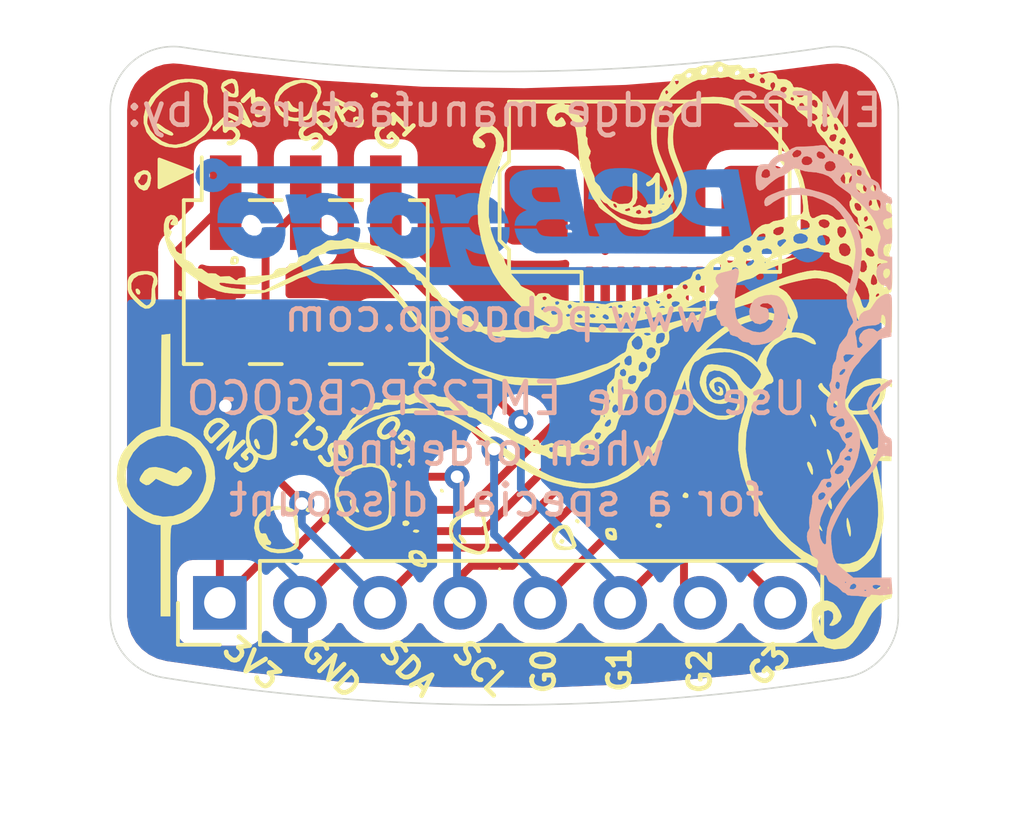
<source format=kicad_pcb>
(kicad_pcb (version 20171130) (host pcbnew 5.1.12-84ad8e8a86~92~ubuntu21.10.1)
  (layers (0 F.Cu signal) (31 B.Cu signal) (34 B.Paste user) (35 F.Paste user) (36 B.SilkS user) (37 F.SilkS user) (38 B.Mask user) (39 F.Mask user) (44 Edge.Cuts user))
  (net 0 "")
  (net 1 /3V3)
  (net 2 /GND)
  (net 3 /SDA)
  (net 4 /SCL)
  (net 5 /G0)
  (net 6 /G1)
  (net 7 /G2)
  (net 8 /G3)
  (module tilda6:art-exp-seahorse (layer B.Cu) (at 128.8 95.95 180)
    (fp_text reference G*** hide)
    (fp_text value LOGO hide)
  )
  (module tilda6:art-exp-fish (layer F.Cu) (at 137.65 84.1)
    (fp_text reference G*** hide)
    (fp_text value LOGO hide)
  )
  (module tilda6:art-exp-eye (layer F.Cu) (at 148.55 91.85)
    (fp_text reference G*** hide)
    (fp_text value LOGO hide)
  )
  (module tilda6:art-exp-back (layer B.Cu) (at 149 92.25 180)
    (fp_text reference G*** hide)
    (fp_text value LOGO hide)
  )
  (module tilda6:art-exp-front (layer F.Cu) (at 139.5 91.75)
    (fp_text reference G*** hide)
    (fp_text value LOGO hide)
  )
  (module tilda6:logo-pcbgogo-gogo (layer B.Cu) (at 141 87 180)
    (fp_text reference G*** hide)
    (fp_text value LOGO hide)
    (fp_poly (pts (xy -1.990759 1.156274) (xy -1.832635 1.139381) (xy -1.703678 1.107175) (xy -1.593431 1.056253) (xy -1.491435 0.983216) (xy -1.410343 0.908169) (xy -1.322219 0.80594) (xy -1.259275 0.695594) (xy -1.216268 0.56425) (xy -1.18795 0.399028) (xy -1.182268 0.348169) (xy -1.165912 0.188521) (xy -1.277159 0.172311) (xy -1.352145 0.165979) (xy -1.459826 0.162595) (xy -1.582161 0.162574) (xy -1.641757 0.163911) (xy -1.895107 0.171719) (xy -1.914045 0.282965) (xy -1.935486 0.368077) (xy -1.96536 0.441992) (xy -1.973825 0.456543) (xy -2.049316 0.529265) (xy -2.159564 0.580134) (xy -2.291428 0.60422) (xy -2.367744 0.604308) (xy -2.553192 0.568593) (xy -2.718111 0.487133) (xy -2.861321 0.361155) (xy -2.981642 0.191885) (xy -3.077892 -0.019451) (xy -3.129037 -0.186737) (xy -3.165642 -0.37026) (xy -3.179653 -0.53976) (xy -3.17118 -0.685941) (xy -3.140331 -0.799509) (xy -3.12145 -0.834174) (xy -3.06 -0.91) (xy -2.98815 -0.961327) (xy -2.89581 -0.991646) (xy -2.77289 -1.004445) (xy -2.630391 -1.003952) (xy -2.508066 -0.998591) (xy -2.42289 -0.989981) (xy -2.361213 -0.975259) (xy -2.309385 -0.951559) (xy -2.272917 -0.928929) (xy -2.176189 -0.839208) (xy -2.097733 -0.719372) (xy -2.023406 -0.576561) (xy -1.693206 -0.583421) (xy -1.557743 -0.586869) (xy -1.465368 -0.591377) (xy -1.408371 -0.598139) (xy -1.379042 -0.608347) (xy -1.369669 -0.623195) (xy -1.370163 -0.633393) (xy -1.386449 -0.684275) (xy -1.424365 -0.775706) (xy -1.481998 -0.903219) (xy -1.523516 -0.991549) (xy -1.505398 -1.000605) (xy -1.448654 -1.005217) (xy -1.365336 -1.004445) (xy -1.360705 -1.004249) (xy -1.269231 -0.999134) (xy -1.216068 -0.990213) (xy -1.188759 -0.972004) (xy -1.174842 -0.939029) (xy -1.170235 -0.920481) (xy -1.157615 -0.86464) (xy -1.135558 -0.76423) (xy -1.105168 -0.624374) (xy -1.067551 -0.450196) (xy -1.023811 -0.246821) (xy -0.975054 -0.019373) (xy -0.950905 0.093601) (xy -0.283506 0.093601) (xy -0.259658 0.08964) (xy -0.194317 0.086333) (xy -0.096789 0.083977) (xy 0.02362 0.082868) (xy 0.055637 0.082819) (xy 0.195444 0.083497) (xy 0.294764 0.086465) (xy 0.363902 0.093127) (xy 0.413162 0.104888) (xy 0.452851 0.123151) (xy 0.480717 0.140732) (xy 0.57511 0.228407) (xy 0.623079 0.334575) (xy 0.630519 0.405229) (xy 0.625021 0.46266) (xy 0.603562 0.504753) (xy 0.559604 0.533783) (xy 0.486613 0.552025) (xy 0.378052 0.561755) (xy 0.227384 0.565247) (xy 0.170317 0.565419) (xy -0.177355 0.565419) (xy -0.230431 0.334901) (xy -0.25355 0.233407) (xy -0.271573 0.152222) (xy -0.281963 0.102884) (xy -0.283506 0.093601) (xy -0.950905 0.093601) (xy -0.922383 0.227025) (xy -0.882714 0.413019) (xy -0.851155 0.5651) (xy -0.822256 0.711677) (xy -0.798334 0.840459) (xy -0.781703 0.939154) (xy -0.776263 0.978169) (xy -0.759112 1.124219) (xy 0.005741 1.123918) (xy 0.248567 1.123231) (xy 0.446891 1.120963) (xy 0.606997 1.116483) (xy 0.735175 1.109164) (xy 0.837711 1.098376) (xy 0.920892 1.083492) (xy 0.991006 1.063882) (xy 1.054341 1.038917) (xy 1.10583 1.013903) (xy 1.173345 0.966161) (xy 1.241641 0.89891) (xy 1.25823 0.878573) (xy 1.294372 0.826201) (xy 1.315722 0.775928) (xy 1.326085 0.71179) (xy 1.329269 0.61782) (xy 1.329394 0.580097) (xy 1.326017 0.460765) (xy 1.313586 0.373323) (xy 1.288646 0.299168) (xy 1.270073 0.260619) (xy 1.167135 0.105866) (xy 1.036492 -0.023027) (xy 0.901401 -0.108403) (xy 0.778208 -0.166554) (xy 0.891456 -0.216649) (xy 1.008916 -0.292159) (xy 1.098886 -0.397006) (xy 1.151066 -0.518224) (xy 1.157227 -0.55123) (xy 1.170982 -0.653781) (xy 0.83809 -0.653781) (xy 0.505198 -0.65378) (xy 0.467218 -0.580334) (xy 0.433645 -0.532656) (xy 0.384573 -0.497757) (xy 0.312678 -0.473873) (xy 0.210636 -0.45924) (xy 0.071124 -0.452093) (xy -0.071397 -0.45058) (xy -0.21101 -0.451397) (xy -0.30727 -0.454404) (xy -0.367606 -0.460436) (xy -0.399448 -0.470327) (xy -0.410225 -0.484912) (xy -0.410506 -0.488681) (xy -0.429784 -0.51686) (xy -0.49131 -0.526712) (xy -0.499406 -0.526781) (xy -0.560678 -0.532463) (xy -0.585401 -0.554647) (xy -0.588306 -0.577581) (xy -0.576832 -0.614261) (xy -0.533628 -0.627636) (xy -0.509389 -0.628381) (xy -0.455543 -0.634029) (xy -0.442177 -0.654966) (xy -0.445889 -0.668558) (xy -0.459857 -0.725776) (xy -0.461307 -0.744758) (xy -0.484726 -0.772528) (xy -0.547489 -0.780781) (xy -0.619357 -0.792949) (xy -0.649089 -0.820958) (xy -0.661504 -0.860779) (xy -0.649632 -0.878098) (xy -0.602192 -0.882284) (xy -0.575123 -0.882381) (xy -0.516333 -0.885734) (xy -0.495873 -0.902924) (xy -0.501369 -0.944651) (xy -0.501676 -0.945881) (xy -0.517614 -1.009381) (xy -0.14021 -1.009286) (xy 0.034639 -1.007025) (xy 0.166754 -0.998731) (xy 0.264073 -0.981988) (xy 0.334533 -0.954379) (xy 0.386071 -0.913488) (xy 0.426625 -0.856899) (xy 0.439813 -0.832704) (xy 0.479798 -0.755381) (xy 1.169947 -0.755381) (xy 1.152418 -0.848816) (xy 1.093894 -1.029166) (xy 0.992892 -1.194939) (xy 0.857515 -1.336286) (xy 0.695865 -1.443361) (xy 0.643594 -1.467272) (xy 0.491194 -1.530081) (xy -7.644912 -1.555481) (xy -7.702356 -1.628513) (xy -7.783755 -1.701403) (xy -7.896625 -1.763694) (xy -8.021673 -1.80674) (xy -8.133902 -1.821932) (xy -8.274822 -1.798829) (xy -8.387745 -1.752331) (xy -8.522464 -1.658639) (xy -8.6193 -1.538498) (xy -8.676554 -1.40041) (xy -8.687844 -1.296131) (xy -8.258181 -1.296131) (xy -8.231081 -1.35736) (xy -8.228626 -1.359901) (xy -8.173615 -1.385376) (xy -8.102032 -1.387318) (xy -8.042325 -1.365727) (xy -8.035587 -1.359901) (xy -8.006408 -1.299495) (xy -8.01741 -1.231434) (xy -8.065314 -1.174367) (xy -8.068606 -1.172145) (xy -8.118319 -1.14527) (xy -8.157408 -1.149617) (xy -8.195606 -1.172145) (xy -8.245263 -1.228177) (xy -8.258181 -1.296131) (xy -8.687844 -1.296131) (xy -8.692527 -1.252878) (xy -8.665525 -1.104405) (xy -8.593847 -0.963492) (xy -8.555086 -0.914315) (xy -8.434238 -0.812507) (xy -8.292561 -0.751023) (xy -8.140006 -0.72977) (xy -7.98652 -0.748656) (xy -7.842052 -0.80759) (xy -7.716551 -0.906479) (xy -7.702199 -0.922206) (xy -7.625659 -1.009381) (xy -6.989883 -1.009381) (xy -6.816199 -1.00887) (xy -6.6606 -1.007436) (xy -6.529885 -1.005219) (xy -6.430848 -1.002362) (xy -6.370288 -0.99901) (xy -6.354106 -0.996017) (xy -6.348941 -0.968867) (xy -6.334281 -0.897983) (xy -6.311383 -0.789278) (xy -6.281501 -0.648668) (xy -6.245892 -0.482068) (xy -6.20581 -0.295393) (xy -6.177539 -0.164167) (xy -6.169273 -0.12554) (xy -5.492769 -0.12554) (xy -5.167788 -0.115862) (xy -5.012924 -0.109246) (xy -4.900132 -0.099291) (xy -4.820728 -0.084868) (xy -4.766032 -0.064844) (xy -4.762709 -0.063098) (xy -4.66953 0.014077) (xy -4.599725 0.127356) (xy -4.560681 0.264623) (xy -4.560012 0.269352) (xy -4.556566 0.368028) (xy -4.579645 0.443552) (xy -4.633688 0.498464) (xy -4.723135 0.535305) (xy -4.852426 0.556613) (xy -5.026002 0.564931) (xy -5.077273 0.565278) (xy -5.194503 0.564743) (xy -5.270573 0.561643) (xy -5.315116 0.553965) (xy -5.337769 0.539698) (xy -5.348166 0.51683) (xy -5.350272 0.508269) (xy -5.361547 0.458452) (xy -5.380506 0.373935) (xy -5.403814 0.269605) (xy -5.414306 0.222519) (xy -5.438556 0.113844) (xy -5.45999 0.018195) (xy -5.475226 -0.049342) (xy -5.478989 -0.06581) (xy -5.492769 -0.12554) (xy -6.169273 -0.12554) (xy -6.124042 0.085817) (xy -6.074732 0.320132) (xy -6.030605 0.533796) (xy -5.992654 0.721823) (xy -5.961874 0.879231) (xy -5.93926 1.001036) (xy -5.925806 1.082253) (xy -5.922306 1.114847) (xy -5.898182 1.119316) (xy -5.830879 1.122522) (xy -5.727998 1.124544) (xy -5.597143 1.125465) (xy -5.445915 1.125365) (xy -5.281919 1.124325) (xy -5.112755 1.122426) (xy -4.946027 1.119748) (xy -4.789337 1.116373) (xy -4.650288 1.112382) (xy -4.536482 1.107855) (xy -4.455521 1.102874) (xy -4.420823 1.098868) (xy -4.254915 1.052084) (xy -4.105338 0.979468) (xy -3.98511 0.888269) (xy -3.931595 0.8264) (xy -3.89116 0.761392) (xy -3.866429 0.696571) (xy -3.852303 0.613876) (xy -3.84504 0.51976) (xy -3.854854 0.280225) (xy -3.911945 0.056873) (xy -4.014979 -0.14687) (xy -4.162623 -0.32758) (xy -4.182343 -0.346674) (xy -4.317808 -0.459772) (xy -4.460693 -0.546278) (xy -4.619439 -0.608812) (xy -4.802485 -0.649993) (xy -5.018271 -0.672443) (xy -5.25205 -0.678805) (xy -5.610493 -0.679181) (xy -5.6394 -0.823117) (xy -5.655115 -0.90479) (xy -5.665613 -0.965911) (xy -5.668306 -0.988217) (xy -5.643851 -0.993072) (xy -5.574263 -0.997535) (xy -5.465207 -1.001475) (xy -5.322349 -1.00476) (xy -5.151357 -1.007261) (xy -4.957895 -1.008844) (xy -4.753423 -1.009381) (xy -3.838539 -1.009381) (xy -3.858073 -0.939531) (xy -3.865634 -0.886921) (xy -3.871474 -0.79657) (xy -3.874981 -0.681522) (xy -3.87562 -0.564881) (xy -3.873334 -0.425636) (xy -3.866809 -0.319835) (xy -3.853379 -0.230142) (xy -3.830381 -0.139225) (xy -3.795149 -0.02975) (xy -3.791888 -0.020157) (xy -3.670412 0.267329) (xy -3.514655 0.519416) (xy -3.326258 0.734402) (xy -3.106862 0.910583) (xy -2.858111 1.046256) (xy -2.709206 1.103049) (xy -2.62475 1.128201) (xy -2.543598 1.145077) (xy -2.45215 1.155196) (xy -2.336803 1.16008) (xy -2.188506 1.161253) (xy -1.990759 1.156274)) (layer B.Cu) (width 0.01))
    (fp_poly (pts (xy 5.095822 0.398786) (xy 5.292454 0.367526) (xy 5.454823 0.30909) (xy 5.593996 0.21924) (xy 5.618352 0.1986) (xy 5.717449 0.099304) (xy 5.785072 -0.002079) (xy 5.827143 -0.119246) (xy 5.849583 -0.265893) (xy 5.855031 -0.34885) (xy 5.866059 -0.5838) (xy 5.0726 -0.5838) (xy 5.0726 -0.521716) (xy 5.056343 -0.460816) (xy 5.016665 -0.394842) (xy 5.011299 -0.388366) (xy 4.964478 -0.343817) (xy 4.911308 -0.322736) (xy 4.83061 -0.31712) (xy 4.822661 -0.3171) (xy 4.691813 -0.336965) (xy 4.590509 -0.397689) (xy 4.515946 -0.500961) (xy 4.515278 -0.50231) (xy 4.4757 -0.582646) (xy 3.746292 -0.5838) (xy 3.762699 -0.51395) (xy 3.811816 -0.373777) (xy 3.892168 -0.221107) (xy 3.993636 -0.072942) (xy 4.092792 0.040648) (xy 4.28277 0.195837) (xy 4.498648 0.309699) (xy 4.733673 0.379823) (xy 4.98109 0.403797) (xy 5.095822 0.398786)) (layer B.Cu) (width 0.01))
    (fp_poly (pts (xy 10.925204 1.444518) (xy 11.060121 1.377597) (xy 11.173459 1.27418) (xy 11.247445 1.1561) (xy 11.290538 1.006783) (xy 11.287126 0.855905) (xy 11.24046 0.712157) (xy 11.153788 0.584234) (xy 11.030361 0.480829) (xy 10.985461 0.455274) (xy 10.869976 0.418384) (xy 10.732005 0.407747) (xy 10.592546 0.423354) (xy 10.492376 0.455472) (xy 10.407693 0.507726) (xy 10.329262 0.577545) (xy 10.314576 0.594613) (xy 10.2415 0.686199) (xy 6.046382 0.6862) (xy 1.851265 0.686201) (xy 1.83349 0.791407) (xy 1.812109 0.869176) (xy 1.788331 0.930766) (xy 10.6098 0.930766) (xy 10.629927 0.858729) (xy 10.687733 0.819506) (xy 10.7368 0.8132) (xy 10.798742 0.824289) (xy 10.83332 0.84368) (xy 10.860739 0.899965) (xy 10.860076 0.968559) (xy 10.833576 1.025703) (xy 10.814669 1.040907) (xy 10.733778 1.06232) (xy 10.664919 1.042208) (xy 10.62022 0.987091) (xy 10.6098 0.930766) (xy 1.788331 0.930766) (xy 1.773868 0.968228) (xy 1.73154 1.058107) (xy 1.647364 1.2196) (xy 10.245931 1.2196) (xy 10.347057 1.315799) (xy 10.479634 1.410585) (xy 10.626094 1.462585) (xy 10.777573 1.473372) (xy 10.925204 1.444518)) (layer B.Cu) (width 0.01))
    (fp_poly (pts (xy 8.962773 -0.711179) (xy 9.063309 -0.713004) (xy 9.128368 -0.717307) (xy 9.165613 -0.72512) (xy 9.182705 -0.737475) (xy 9.187303 -0.755403) (xy 9.1874 -0.760404) (xy 9.209563 -0.860437) (xy 9.270338 -0.935218) (xy 9.361146 -0.978312) (xy 9.473411 -0.983283) (xy 9.482606 -0.981916) (xy 9.611017 -0.939255) (xy 9.710341 -0.855837) (xy 9.750668 -0.79783) (xy 9.802017 -0.7108) (xy 10.564507 -0.7108) (xy 10.5481 -0.78065) (xy 10.484541 -0.957254) (xy 10.381309 -1.134364) (xy 10.24805 -1.300295) (xy 10.094405 -1.443364) (xy 9.930019 -1.551887) (xy 9.8986 -1.567528) (xy 9.676718 -1.649252) (xy 9.444708 -1.693417) (xy 9.215629 -1.698614) (xy 9.004793 -1.664054) (xy 8.821072 -1.590067) (xy 8.67249 -1.480149) (xy 8.560589 -1.33647) (xy 8.486912 -1.161203) (xy 8.453001 -0.95652) (xy 8.4508 -0.883989) (xy 8.4508 -0.7108) (xy 8.8191 -0.7108) (xy 8.962773 -0.711179)) (layer B.Cu) (width 0.01))
    (fp_poly (pts (xy 2.652102 0.363184) (xy 2.841229 0.307896) (xy 2.890476 0.284705) (xy 3.036541 0.209374) (xy 3.051754 0.269987) (xy 3.059735 0.295024) (xy 3.074599 0.311999) (xy 3.105007 0.322477) (xy 3.159622 0.328026) (xy 3.247107 0.330211) (xy 3.376121 0.3306) (xy 3.386944 0.3306) (xy 3.519 0.330341) (xy 3.608157 0.328579) (xy 3.662315 0.323839) (xy 3.689377 0.314646) (xy 3.697242 0.299523) (xy 3.693812 0.276995) (xy 3.69295 0.27345) (xy 3.683082 0.229685) (xy 3.664954 0.146149) (xy 3.640701 0.032795) (xy 3.612457 -0.100423) (xy 3.594904 -0.18375) (xy 3.51083 -0.5838) (xy 2.642241 -0.5838) (xy 2.611845 -0.482347) (xy 2.561955 -0.388724) (xy 2.485434 -0.330476) (xy 2.391885 -0.307377) (xy 2.290914 -0.319198) (xy 2.192126 -0.365712) (xy 2.105125 -0.446692) (xy 2.071898 -0.49513) (xy 2.019582 -0.5838) (xy 1.363232 -0.5838) (xy 1.378426 -0.51395) (xy 1.413871 -0.405826) (xy 1.473767 -0.277104) (xy 1.548564 -0.14493) (xy 1.628712 -0.02645) (xy 1.691573 0.048298) (xy 1.854927 0.184058) (xy 2.041878 0.285245) (xy 2.243205 0.350041) (xy 2.449687 0.376627) (xy 2.652102 0.363184)) (layer B.Cu) (width 0.01))
    (fp_poly (pts (xy 9.817665 0.397914) (xy 10.040115 0.363907) (xy 10.226614 0.294978) (xy 10.376181 0.192092) (xy 10.487835 0.056215) (xy 10.560597 -0.111689) (xy 10.593486 -0.310653) (xy 10.595389 -0.3679) (xy 10.5971 -0.5711) (xy 10.213961 -0.578088) (xy 9.830823 -0.585077) (xy 9.800236 -0.482986) (xy 9.750274 -0.389077) (xy 9.673712 -0.330602) (xy 9.580141 -0.307345) (xy 9.479152 -0.319091) (xy 9.380336 -0.365623) (xy 9.293283 -0.446728) (xy 9.260098 -0.49513) (xy 9.207782 -0.5838) (xy 8.854691 -0.5838) (xy 8.711309 -0.582983) (xy 8.61153 -0.580029) (xy 8.548173 -0.574182) (xy 8.514058 -0.564688) (xy 8.502007 -0.550791) (xy 8.5016 -0.546652) (xy 8.515424 -0.475049) (xy 8.55238 -0.376894) (xy 8.605689 -0.266696) (xy 8.668576 -0.158967) (xy 8.7118 -0.09658) (xy 8.882961 0.09121) (xy 9.080019 0.23575) (xy 9.30052 0.335941) (xy 9.542008 0.390688) (xy 9.802032 0.398892) (xy 9.817665 0.397914)) (layer B.Cu) (width 0.01))
    (fp_poly (pts (xy 4.452059 -0.800145) (xy 4.490685 -0.894893) (xy 4.558722 -0.956667) (xy 4.64703 -0.985578) (xy 4.746472 -0.981736) (xy 4.84791 -0.945253) (xy 4.942205 -0.87624) (xy 5.0091 -0.79338) (xy 5.0599 -0.712756) (xy 5.445476 -0.711778) (xy 5.831053 -0.7108) (xy 5.807489 -0.792964) (xy 5.720492 -1.007581) (xy 5.590993 -1.205285) (xy 5.426327 -1.378997) (xy 5.23383 -1.521638) (xy 5.02084 -1.626126) (xy 4.906444 -1.662507) (xy 4.753894 -1.689115) (xy 4.582269 -1.698302) (xy 4.414417 -1.689916) (xy 4.283405 -1.666668) (xy 4.094492 -1.592835) (xy 3.938699 -1.483486) (xy 3.81964 -1.341624) (xy 3.76488 -1.236327) (xy 3.736433 -1.143537) (xy 3.7154 -1.028702) (xy 3.704146 -0.911903) (xy 3.705031 -0.813223) (xy 3.710819 -0.776732) (xy 3.727367 -0.7108) (xy 4.435298 -0.7108) (xy 4.452059 -0.800145)) (layer B.Cu) (width 0.01))
    (fp_poly (pts (xy 7.475939 0.350981) (xy 7.630677 0.292804) (xy 7.67658 0.265135) (xy 7.7419 0.222242) (xy 7.775748 0.208374) (xy 7.788467 0.223709) (xy 7.7904 0.2671) (xy 7.7904 0.3306) (xy 8.122311 0.3306) (xy 8.257564 0.330083) (xy 8.349658 0.32782) (xy 8.406231 0.322747) (xy 8.434918 0.3138) (xy 8.443356 0.299914) (xy 8.441149 0.28615) (xy 8.413899 0.184463) (xy 8.381482 0.04959) (xy 8.347754 -0.101666) (xy 8.316576 -0.252498) (xy 8.311398 -0.279) (xy 8.290858 -0.382837) (xy 8.272555 -0.471123) (xy 8.259564 -0.529159) (xy 8.256915 -0.53935) (xy 8.248078 -0.555485) (xy 8.227469 -0.567197) (xy 8.187971 -0.575182) (xy 8.122466 -0.580134) (xy 8.023838 -0.582746) (xy 7.884967 -0.583715) (xy 7.801388 -0.5838) (xy 7.3586 -0.5838) (xy 7.3586 -0.518346) (xy 7.336223 -0.443552) (xy 7.27933 -0.373428) (xy 7.203278 -0.322313) (xy 7.129442 -0.3044) (xy 7.003968 -0.328338) (xy 6.893507 -0.394305) (xy 6.817601 -0.48549) (xy 6.7617 -0.583408) (xy 6.10765 -0.5838) (xy 6.124133 -0.50125) (xy 6.179942 -0.330729) (xy 6.274898 -0.158185) (xy 6.399389 0.004148) (xy 6.543805 0.144032) (xy 6.698535 0.24923) (xy 6.7236 0.262022) (xy 6.909607 0.332439) (xy 7.104362 0.370762) (xy 7.29682 0.376955) (xy 7.475939 0.350981)) (layer B.Cu) (width 0.01))
    (fp_poly (pts (xy 3.043108 -0.7108) (xy 3.200015 -0.711099) (xy 3.313224 -0.712541) (xy 3.389835 -0.715936) (xy 3.436951 -0.722098) (xy 3.461671 -0.731839) (xy 3.471096 -0.745971) (xy 3.4724 -0.759919) (xy 3.466788 -0.811374) (xy 3.451396 -0.902179) (xy 3.428386 -1.022307) (xy 3.399921 -1.161732) (xy 3.368164 -1.310429) (xy 3.335278 -1.458369) (xy 3.303427 -1.595528) (xy 3.274772 -1.711878) (xy 3.251477 -1.797394) (xy 3.242558 -1.825335) (xy 3.216075 -1.901813) (xy 3.198092 -1.955896) (xy 3.193 -1.973569) (xy 3.217752 -1.974719) (xy 3.289417 -1.975813) (xy 3.404107 -1.976836) (xy 3.557937 -1.977774) (xy 3.747017 -1.978612) (xy 3.967462 -1.979335) (xy 4.215384 -1.97993) (xy 4.486896 -1.980381) (xy 4.778111 -1.980675) (xy 5.085142 -1.980797) (xy 5.136915 -1.9808) (xy 5.507807 -1.980805) (xy 5.831323 -1.980675) (xy 6.110888 -1.980186) (xy 6.349926 -1.979119) (xy 6.551861 -1.977251) (xy 6.720118 -1.974361) (xy 6.85812 -1.970227) (xy 6.969293 -1.964629) (xy 7.05706 -1.957344) (xy 7.124845 -1.948151) (xy 7.176074 -1.936828) (xy 7.21417 -1.923155) (xy 7.242558 -1.90691) (xy 7.264661 -1.88787) (xy 7.283905 -1.865816) (xy 7.303596 -1.840674) (xy 7.336609 -1.783867) (xy 7.375012 -1.696774) (xy 7.412438 -1.596855) (xy 7.442519 -1.50157) (xy 7.458888 -1.42838) (xy 7.4602 -1.411265) (xy 7.439382 -1.406019) (xy 7.381401 -1.424188) (xy 7.292964 -1.463575) (xy 7.277659 -1.471091) (xy 7.18772 -1.513954) (xy 7.116442 -1.5406) (xy 7.045955 -1.554808) (xy 6.958389 -1.560358) (xy 6.852209 -1.561079) (xy 6.723115 -1.558232) (xy 6.628231 -1.548733) (xy 6.55113 -1.529984) (xy 6.4823 -1.502567) (xy 6.327005 -1.410793) (xy 6.212134 -1.29353) (xy 6.16076 -1.210102) (xy 6.124261 -1.117971) (xy 6.095388 -1.006492) (xy 6.077669 -0.894718) (xy 6.074631 -0.801702) (xy 6.07927 -0.769911) (xy 6.087174 -0.745722) (xy 6.102258 -0.729236) (xy 6.133069 -0.718976) (xy 6.18815 -0.713468) (xy 6.276049 -0.711234) (xy 6.405308 -0.710801) (xy 6.421553 -0.7108) (xy 6.749 -0.7108) (xy 6.749 -0.788154) (xy 6.772041 -0.877636) (xy 6.833438 -0.947079) (xy 6.921605 -0.985723) (xy 6.966637 -0.9902) (xy 7.080812 -0.96872) (xy 7.190522 -0.911754) (xy 7.276575 -0.830511) (xy 7.298752 -0.796216) (xy 7.344752 -0.7108) (xy 7.783476 -0.7108) (xy 7.926375 -0.711569) (xy 8.049805 -0.713701) (xy 8.145581 -0.716935) (xy 8.205524 -0.72101) (xy 8.2222 -0.724836) (xy 8.217515 -0.753087) (xy 8.2045 -0.823007) (xy 8.184714 -0.926437) (xy 8.159718 -1.055218) (xy 8.133115 -1.190831) (xy 8.074555 -1.4683) (xy 8.016454 -1.700491) (xy 7.956648 -1.892856) (xy 7.89297 -2.05085) (xy 7.823254 -2.179926) (xy 7.745333 -2.285537) (xy 7.666896 -2.364594) (xy 7.64819 -2.382416) (xy 7.632804 -2.398992) (xy 7.618924 -2.414367) (xy 7.604738 -2.428588) (xy 7.588433 -2.441697) (xy 7.568195 -2.45374) (xy 7.54221 -2.464763) (xy 7.508667 -2.474809) (xy 7.465751 -2.483924) (xy 7.41165 -2.492153) (xy 7.34455 -2.49954) (xy 7.262639 -2.50613) (xy 7.164102 -2.511968) (xy 7.047128 -2.5171) (xy 6.909902 -2.521569) (xy 6.750612 -2.52542) (xy 6.567444 -2.528699) (xy 6.358585 -2.53145) (xy 6.122222 -2.533719) (xy 5.856543 -2.535549) (xy 5.559733 -2.536987) (xy 5.229979 -2.538075) (xy 4.865469 -2.538861) (xy 4.46439 -2.539388) (xy 4.024927 -2.539701) (xy 3.545268 -2.539845) (xy 3.0236 -2.539865) (xy 2.458109 -2.539806) (xy 1.846983 -2.539712) (xy 1.188408 -2.539629) (xy 0.591239 -2.5396) (xy -6.1161 -2.539601) (xy -6.184769 -2.625662) (xy -6.295032 -2.725301) (xy -6.431978 -2.789955) (xy -6.582925 -2.816752) (xy -6.735192 -2.802817) (xy -6.8273 -2.771277) (xy -6.973582 -2.680573) (xy -7.077232 -2.562242) (xy -7.138229 -2.41632) (xy -7.155557 -2.269415) (xy -6.7384 -2.269415) (xy -6.716568 -2.328371) (xy -6.662989 -2.369483) (xy -6.595543 -2.385766) (xy -6.532109 -2.370238) (xy -6.514881 -2.35672) (xy -6.489405 -2.301708) (xy -6.487463 -2.230125) (xy -6.509054 -2.170418) (xy -6.51488 -2.163679) (xy -6.57708 -2.131261) (xy -6.644667 -2.138164) (xy -6.702521 -2.177235) (xy -6.735518 -2.241322) (xy -6.7384 -2.269415) (xy -7.155557 -2.269415) (xy -7.156645 -2.2602) (xy -7.152454 -2.153583) (xy -7.134517 -2.072466) (xy -7.096767 -1.992132) (xy -7.086494 -1.974303) (xy -6.986432 -1.849877) (xy -6.860234 -1.762572) (xy -6.717258 -1.713285) (xy -6.566862 -1.702915) (xy -6.418405 -1.732361) (xy -6.281244 -1.80252) (xy -6.186509 -1.887912) (xy -6.104953 -1.9808) (xy -1.888291 -1.9808) (xy -1.335444 -1.980842) (xy -0.831128 -1.980915) (xy -0.373075 -1.980938) (xy 0.040984 -1.980827) (xy 0.413319 -1.980501) (xy 0.746198 -1.979878) (xy 1.041889 -1.978876) (xy 1.302662 -1.977414) (xy 1.530786 -1.975409) (xy 1.728528 -1.972779) (xy 1.898158 -1.969444) (xy 2.041945 -1.96532) (xy 2.162157 -1.960325) (xy 2.261063 -1.954379) (xy 2.340932 -1.947398) (xy 2.404033 -1.939302) (xy 2.452635 -1.930008) (xy 2.489005 -1.919434) (xy 2.515414 -1.907499) (xy 2.534129 -1.89412) (xy 2.547419 -1.879216) (xy 2.557555 -1.862705) (xy 2.566803 -1.844504) (xy 2.577433 -1.824532) (xy 2.580429 -1.819487) (xy 2.60548 -1.767995) (xy 2.638014 -1.687613) (xy 2.672673 -1.593495) (xy 2.704097 -1.500798) (xy 2.726925 -1.424677) (xy 2.735799 -1.380286) (xy 2.7358 -1.380153) (xy 2.716267 -1.38527) (xy 2.666328 -1.41052) (xy 2.627223 -1.432688) (xy 2.450514 -1.511181) (xy 2.250994 -1.55779) (xy 2.048525 -1.568192) (xy 2.014543 -1.565991) (xy 1.81297 -1.528118) (xy 1.644016 -1.452429) (xy 1.509918 -1.341308) (xy 1.412914 -1.19714) (xy 1.355241 -1.022308) (xy 1.3388 -0.845889) (xy 1.3388 -0.7108) (xy 1.669 -0.7108) (xy 1.803883 -0.711259) (xy 1.89605 -0.713445) (xy 1.953581 -0.718573) (xy 1.984558 -0.727857) (xy 1.997061 -0.74251) (xy 1.9992 -0.760404) (xy 2.021363 -0.860437) (xy 2.082138 -0.935218) (xy 2.172946 -0.978312) (xy 2.285211 -0.983283) (xy 2.294406 -0.981916) (xy 2.422817 -0.939255) (xy 2.522141 -0.855837) (xy 2.562468 -0.79783) (xy 2.613817 -0.710799) (xy 3.043108 -0.7108)) (layer B.Cu) (width 0.01))
  )
  (module Connector_PinSocket_2.54mm:PinSocket_2x03_P2.54mm_Vertical_SMD (layer F.Cu) (at 133.2 89.45 90)
    (fp_text reference J3 hide)
    (fp_text value DNP)
    (pad 6 smd rect (at -2.52 2.54 90) (size 3 1) (layers F.Cu F.Paste F.Mask) (net 5 /G0))
    (pad 5 smd rect (at 2.52 2.54 90) (size 3 1) (layers F.Cu F.Paste F.Mask) (net 6 /G1))
    (pad 4 smd rect (at -2.52 0 90) (size 3 1) (layers F.Cu F.Paste F.Mask) (net 4 /SCL))
    (pad 3 smd rect (at 2.52 0 90) (size 3 1) (layers F.Cu F.Paste F.Mask) (net 3 /SDA))
    (pad 2 smd rect (at -2.52 -2.54 90) (size 3 1) (layers F.Cu F.Paste F.Mask) (net 2 /GND))
    (pad 1 smd rect (at 2.52 -2.54 90) (size 3 1) (layers F.Cu F.Paste F.Mask) (net 1 /3V3))
  )
  (module Connector_PinHeader_2.54mm:PinHeader_1x08_P2.54mm_Vertical (layer F.Cu) (at 130.475 99.625 90)
    (fp_text reference J2 hide)
    (fp_text value Conn_01x08_Male)
    (pad 8 thru_hole oval (at 0 17.78 90) (size 1.7 1.7) (drill 1) (layers *.Cu *.Mask) (net 8 /G3))
    (pad 7 thru_hole oval (at 0 15.24 90) (size 1.7 1.7) (drill 1) (layers *.Cu *.Mask) (net 7 /G2))
    (pad 6 thru_hole oval (at 0 12.7 90) (size 1.7 1.7) (drill 1) (layers *.Cu *.Mask) (net 6 /G1))
    (pad 5 thru_hole oval (at 0 10.16 90) (size 1.7 1.7) (drill 1) (layers *.Cu *.Mask) (net 5 /G0))
    (pad 4 thru_hole oval (at 0 7.62 90) (size 1.7 1.7) (drill 1) (layers *.Cu *.Mask) (net 4 /SCL))
    (pad 3 thru_hole oval (at 0 5.08 90) (size 1.7 1.7) (drill 1) (layers *.Cu *.Mask) (net 3 /SDA))
    (pad 2 thru_hole oval (at 0 2.54 90) (size 1.7 1.7) (drill 1) (layers *.Cu *.Mask) (net 2 /GND))
    (pad 1 thru_hole rect (at 0 0 90) (size 1.7 1.7) (drill 1) (layers *.Cu *.Mask) (net 1 /3V3))
  )
  (module tilda6:XUNPU_FPC-05F-8PH20 (layer F.Cu) (at 143.95 87.025 180)
    (fp_text reference J1 (at -0.025 0.425) (layer F.SilkS))
    (fp_text value FPC-05F-8PH20)
    (pad MP smd roundrect (at 3.44 0.015 180) (size 2 2.5) (layers F.Cu F.Paste F.Mask) (roundrect_rratio 0.15))
    (pad MP smd roundrect (at -3.44 0.015 180) (size 2 2.5) (layers F.Cu F.Paste F.Mask) (roundrect_rratio 0.15))
    (pad 8 smd roundrect (at 1.75 -2.56 180) (size 0.3 1.25) (layers F.Cu F.Paste F.Mask) (net 1 /3V3))
    (pad 7 smd roundrect (at 1.25 -2.56 180) (size 0.3 1.25) (layers F.Cu F.Paste F.Mask) (net 2 /GND))
    (pad 6 smd roundrect (at 0.75 -2.56 180) (size 0.3 1.25) (layers F.Cu F.Paste F.Mask) (net 3 /SDA))
    (pad 5 smd roundrect (at 0.25 -2.56 180) (size 0.3 1.25) (layers F.Cu F.Paste F.Mask) (net 4 /SCL))
    (pad 4 smd roundrect (at -0.25 -2.56 180) (size 0.3 1.25) (layers F.Cu F.Paste F.Mask) (net 5 /G0))
    (pad 3 smd roundrect (at -0.75 -2.56 180) (size 0.3 1.25) (layers F.Cu F.Paste F.Mask) (net 6 /G1))
    (pad 2 smd roundrect (at -1.25 -2.56 180) (size 0.3 1.25) (layers F.Cu F.Paste F.Mask) (net 7 /G2))
    (pad 1 smd roundrect (at -1.75 -2.56 180) (size 0.3 1.25) (layers F.Cu F.Paste F.Mask) (net 8 /G3))
  )
  (gr_text G3 (at 147.9 101.6 45) (layer F.SilkS) (effects (font (size 0.7 0.7))))
  (gr_text G2 (at 145.7 101.8 90) (layer F.SilkS) (effects (font (size 0.7 0.7))))
  (gr_text G1 (at 143.15 101.75 90) (layer F.SilkS) (effects (font (size 0.7 0.7))))
  (gr_poly (pts (xy 129.6 85.95) (xy 128.55 86.45) (xy 128.55 85.55)) (layer F.SilkS) (width 0.1))
  (gr_text "Use code EMF22PCBGOGO\nwhen ordering\nfor a special discount" (at 139.25 94.75) (layer B.SilkS) (effects (font (size 1 1)) (justify mirror)))
  (gr_text www.pcbgogo.com (at 139.25 90.5) (layer B.SilkS) (effects (font (size 1 1)) (justify mirror)))
  (gr_text "EMF22 badge manufactured by:" (at 139.5 84) (layer B.SilkS) (effects (font (size 1 1)) (justify mirror)))
  (gr_text G0 (at 136.1 94.3 135) (layer F.SilkS) (effects (font (size 0.7 0.7))))
  (gr_text SCL (at 133.6 94.45 135) (layer F.SilkS) (effects (font (size 0.7 0.7))))
  (gr_text GND (at 130.85 94.6 135) (layer F.SilkS) (effects (font (size 0.7 0.7))))
  (gr_text G1 (at 136 84.65 45) (layer F.SilkS) (effects (font (size 0.7 0.7))))
  (gr_text SDA (at 133.85 84.4 45) (layer F.SilkS) (effects (font (size 0.7 0.7))))
  (gr_text 3V3 (at 131.2 84.25 45) (layer F.SilkS) (effects (font (size 0.7 0.7))))
  (gr_text G0 (at 140.75 101.8 90) (layer F.SilkS) (effects (font (size 0.7 0.7))))
  (gr_text SCL (at 138.75 101.7 315) (layer F.SilkS) (effects (font (size 0.7 0.7))))
  (gr_text SDA (at 136.45 101.7 315) (layer F.SilkS) (effects (font (size 0.7 0.7))))
  (gr_text GND (at 134 101.7 315) (layer F.SilkS) (effects (font (size 0.7 0.7))))
  (gr_text 3V3 (at 131.5 101.55 -40) (layer F.SilkS) (effects (font (size 0.7 0.7))))
  (gr_line (start 127 100.022) (end 127 83.977) (angle 90) (layer Edge.Cuts) (width 0.05))
  (gr_line (start 152 83.977) (end 152 100.022) (angle 90) (layer Edge.Cuts) (width 0.05))
  (gr_arc (start 129 100.022) (end 127 100.022) (angle -80.846) (layer Edge.Cuts) (width 0.05))
  (gr_arc (start 150 100.022) (end 150.319 101.996) (angle -80.846) (layer Edge.Cuts) (width 0.05))
  (gr_arc (start 150 83.977) (end 152 83.977) (angle -98.627) (layer Edge.Cuts) (width 0.05))
  (gr_arc (start 129 83.977) (end 129.3 81.999) (angle -98.627) (layer Edge.Cuts) (width 0.05))
  (gr_arc (start 139.5 14.769) (end 129.3 81.999) (angle -17.254) (layer Edge.Cuts) (width 0.05))
  (gr_arc (start 139.5 34.862) (end 128.682 101.996) (angle -18.308) (layer Edge.Cuts) (width 0.05))
  (segment (start 132.225 97.875) (end 130.475 99.625) (width 0.25) (layer F.Cu) (net 1))
  (segment (start 134.1 96.675) (end 132.9 97.875) (width 0.25) (layer F.Cu) (net 1))
  (segment (start 132.9 97.875) (end 132.225 97.875) (width 0.25) (layer F.Cu) (net 1))
  (segment (start 138.35 96.675) (end 134.1 96.675) (width 0.25) (layer F.Cu) (net 1))
  (segment (start 142.2 92.825) (end 138.35 96.675) (width 0.25) (layer F.Cu) (net 1))
  (segment (start 142.2 89.585) (end 142.2 92.825) (width 0.25) (layer F.Cu) (net 1))
  (segment (start 130.475 99.625) (end 130.475 95.8) (width 0.25) (layer F.Cu) (net 1))
  (segment (start 130.475 95.8) (end 129.15 94.475) (width 0.25) (layer F.Cu) (net 1))
  (segment (start 129.15 88.435) (end 130.66 86.925) (width 0.25) (layer F.Cu) (net 1))
  (segment (start 129.15 94.475) (end 129.15 88.435) (width 0.25) (layer F.Cu) (net 1))
  (segment (start 142.7 89.585) (end 142.7 93.475) (width 0.25) (layer F.Cu) (net 2))
  (segment (start 142.7 93.475) (end 138.825 97.35) (width 0.25) (layer F.Cu) (net 2))
  (segment (start 135.29 97.35) (end 133.015 99.625) (width 0.25) (layer F.Cu) (net 2))
  (segment (start 138.825 97.35) (end 135.29 97.35) (width 0.25) (layer F.Cu) (net 2))
  (via (at 130.65 93.375) (size 0.8) (drill 0.4) (layers F.Cu B.Cu) (net 2))
  (segment (start 130.66 93.365) (end 130.65 93.375) (width 0.25) (layer F.Cu) (net 2))
  (segment (start 130.66 91.975) (end 130.66 93.365) (width 0.25) (layer F.Cu) (net 2))
  (segment (start 133.015 99.015) (end 132 98) (width 0.25) (layer B.Cu) (net 2))
  (segment (start 133.015 99.625) (end 133.015 99.015) (width 0.25) (layer B.Cu) (net 2))
  (segment (start 143.2 89.585) (end 143.2 94) (width 0.25) (layer F.Cu) (net 3))
  (segment (start 143.2 94) (end 139.325 97.875) (width 0.25) (layer F.Cu) (net 3))
  (segment (start 137.305 97.875) (end 135.555 99.625) (width 0.25) (layer F.Cu) (net 3))
  (segment (start 139.325 97.875) (end 137.305 97.875) (width 0.25) (layer F.Cu) (net 3))
  (via (at 133.075 96.475) (size 0.8) (drill 0.4) (layers F.Cu B.Cu) (net 3))
  (segment (start 133.075 97.145) (end 133.075 96.475) (width 0.25) (layer B.Cu) (net 3))
  (segment (start 135.555 99.625) (end 133.075 97.145) (width 0.25) (layer B.Cu) (net 3))
  (segment (start 133.075 96.475) (end 131.925 95.325) (width 0.25) (layer F.Cu) (net 3))
  (segment (start 131.925 88.2) (end 133.2 86.925) (width 0.25) (layer F.Cu) (net 3))
  (segment (start 131.925 95.325) (end 131.925 88.2) (width 0.25) (layer F.Cu) (net 3))
  (segment (start 138.095 98.805) (end 138.095 99.625) (width 0.25) (layer F.Cu) (net 4))
  (segment (start 138.45 98.45) (end 138.095 98.805) (width 0.25) (layer F.Cu) (net 4))
  (segment (start 139.75 98.45) (end 138.45 98.45) (width 0.25) (layer F.Cu) (net 4))
  (segment (start 143.7 94.5) (end 139.75 98.45) (width 0.25) (layer F.Cu) (net 4))
  (segment (start 143.7 89.585) (end 143.7 94.5) (width 0.25) (layer F.Cu) (net 4))
  (segment (start 133.2 91.975) (end 133.2 93.8) (width 0.25) (layer F.Cu) (net 4))
  (via (at 138 95.625) (size 0.8) (drill 0.4) (layers F.Cu B.Cu) (net 4))
  (segment (start 135.025 95.625) (end 138 95.625) (width 0.25) (layer F.Cu) (net 4))
  (segment (start 133.2 93.8) (end 135.025 95.625) (width 0.25) (layer F.Cu) (net 4))
  (segment (start 138 99.53) (end 138.095 99.625) (width 0.25) (layer B.Cu) (net 4))
  (segment (start 138 95.625) (end 138 99.53) (width 0.25) (layer B.Cu) (net 4))
  (segment (start 144.2 96.06) (end 140.635 99.625) (width 0.25) (layer F.Cu) (net 5))
  (segment (start 144.2 89.585) (end 144.2 96.06) (width 0.25) (layer F.Cu) (net 5))
  (via (at 139.175 94.75) (size 0.8) (drill 0.4) (layers F.Cu B.Cu) (net 5))
  (segment (start 136.4 91.975) (end 139.175 94.75) (width 0.25) (layer F.Cu) (net 5))
  (segment (start 135.74 91.975) (end 136.4 91.975) (width 0.25) (layer F.Cu) (net 5))
  (segment (start 139.175 94.75) (end 139.175 97.45) (width 0.25) (layer B.Cu) (net 5))
  (segment (start 140.635 98.91) (end 140.635 99.625) (width 0.25) (layer B.Cu) (net 5))
  (segment (start 139.175 97.45) (end 140.635 98.91) (width 0.25) (layer B.Cu) (net 5))
  (segment (start 144.7 98.1) (end 143.175 99.625) (width 0.25) (layer F.Cu) (net 6))
  (segment (start 144.7 89.585) (end 144.7 98.1) (width 0.25) (layer F.Cu) (net 6))
  (segment (start 135.74 86.925) (end 135.74 88.465) (width 0.25) (layer F.Cu) (net 6))
  (segment (start 135.74 88.465) (end 138.825 91.55) (width 0.25) (layer F.Cu) (net 6))
  (via (at 140.025 93.9) (size 0.8) (drill 0.4) (layers F.Cu B.Cu) (net 6))
  (segment (start 138.825 92.7) (end 140.025 93.9) (width 0.25) (layer F.Cu) (net 6))
  (segment (start 138.825 91.55) (end 138.825 92.7) (width 0.25) (layer F.Cu) (net 6))
  (segment (start 140.025 93.9) (end 140.025 96) (width 0.25) (layer B.Cu) (net 6))
  (segment (start 143.175 99.15) (end 143.175 99.625) (width 0.25) (layer B.Cu) (net 6))
  (segment (start 140.025 96) (end 143.175 99.15) (width 0.25) (layer B.Cu) (net 6))
  (segment (start 145.2 99.11) (end 145.715 99.625) (width 0.25) (layer F.Cu) (net 7))
  (segment (start 145.2 89.585) (end 145.2 99.11) (width 0.25) (layer F.Cu) (net 7))
  (segment (start 145.7 97.07) (end 148.255 99.625) (width 0.25) (layer F.Cu) (net 8))
  (segment (start 145.7 89.585) (end 145.7 97.07) (width 0.25) (layer F.Cu) (net 8))
  (zone (net 2) (net_name /GND) (layer B.Cu) (connect_pads (clearance 0.508)) (min_thickness 0.254) (fill yes (arc_segments 32) (thermal_gap 0.508) (thermal_bridge_width 0.508))
    (polygon (pts (xy 154.5 104.25) (xy 125 104.25) (xy 124.75 90) (xy 153.75 90)))
  )
  (zone (net 2) (net_name /GND) (layer F.Cu) (connect_pads (clearance 0.508)) (min_thickness 0.254) (fill yes (arc_segments 32) (thermal_gap 0.508) (thermal_bridge_width 0.508))
    (polygon (pts (xy 156 104.25) (xy 123.5 104.25) (xy 123.5 80.5) (xy 156 80.5)))
  )
)
</source>
